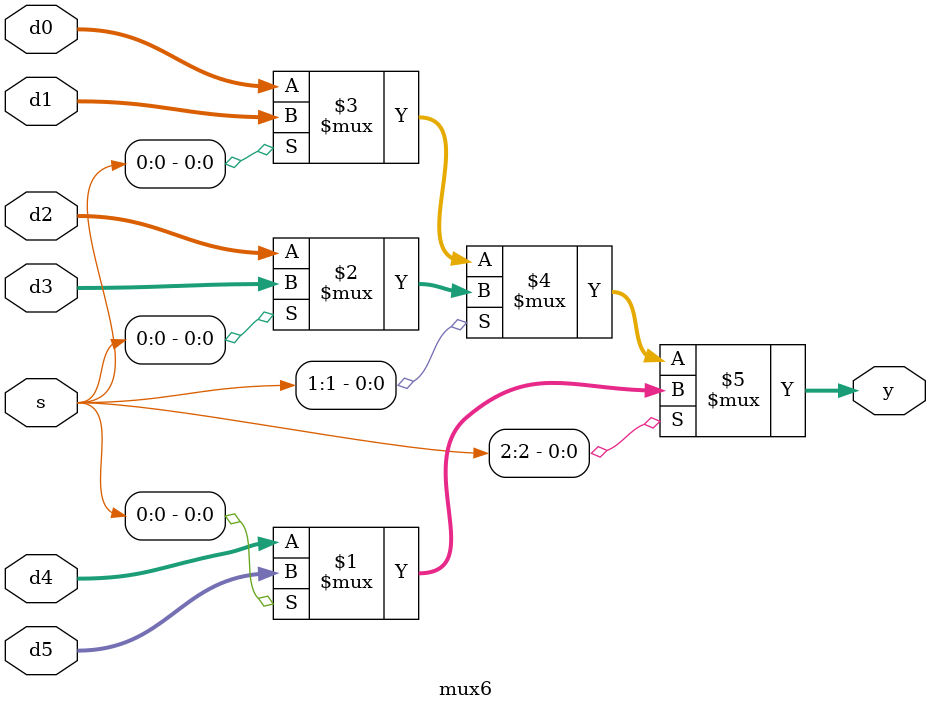
<source format=sv>

module mux2 #(parameter WIDTH = 8) (
  input  logic [WIDTH-1:0] d0, d1, 
  input  logic             s, 
  output logic [WIDTH-1:0] y);

  assign y = s ? d1 : d0; 
endmodule

module mux3 #(parameter WIDTH = 8) (
  input  logic [WIDTH-1:0] d0, d1, d2,
  input  logic [1:0]       s, 
  output logic [WIDTH-1:0] y);

  assign y = s[1] ? d2 : (s[0] ? d1 : d0); 
endmodule

module mux4 #(parameter WIDTH = 8) (
  input  logic [WIDTH-1:0] d0, d1, d2, d3,
  input  logic [1:0]       s, 
  output logic [WIDTH-1:0] y);

  assign y = s[1] ? (s[0] ? d3 : d2) : (s[0] ? d1 : d0); 
endmodule

module mux5 #(parameter WIDTH = 8) (
  input  logic [WIDTH-1:0] d0, d1, d2, d3, d4,
  input  logic [2:0]       s, 
  output logic [WIDTH-1:0] y);

  assign y = s[2] ? d4 : (s[1] ? (s[0] ? d3 : d2) : (s[0] ? d1 : d0)); 
endmodule

module mux6 #(parameter WIDTH = 8) (
  input  logic [WIDTH-1:0] d0, d1, d2, d3, d4, d5,
  input  logic [2:0]       s, 
  output logic [WIDTH-1:0] y);

  assign y = s[2] ? (s[0] ? d5 : d4) : (s[1] ? (s[0] ? d3 : d2) : (s[0] ? d1 : d0)); 
endmodule

/* verilator lint_on DECLFILENAME */

</source>
